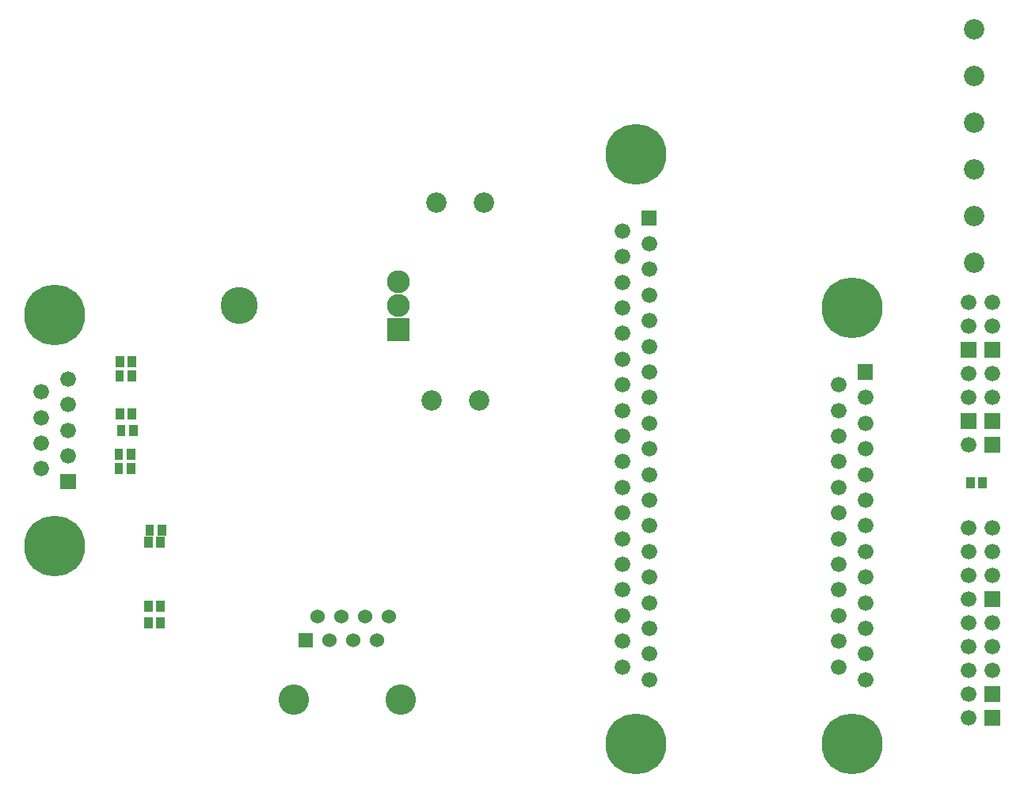
<source format=gbr>
G04 start of page 6 for group -4063 idx -4063 *
G04 Title: (unknown), componentmask *
G04 Creator: pcb 20110918 *
G04 CreationDate: Tue 12 Jun 2012 03:33:29 PM GMT UTC *
G04 For: ed *
G04 Format: Gerber/RS-274X *
G04 PCB-Dimensions: 450000 325000 *
G04 PCB-Coordinate-Origin: lower left *
%MOIN*%
%FSLAX25Y25*%
%LNTOPMASK*%
%ADD63R,0.0355X0.0355*%
%ADD62C,0.1280*%
%ADD61C,0.0600*%
%ADD60C,0.0660*%
%ADD59C,0.2560*%
%ADD58C,0.1560*%
%ADD57C,0.0960*%
%ADD56C,0.0001*%
%ADD55C,0.0860*%
G54D55*X216000Y158000D03*
X196000D03*
X197900Y241570D03*
G54D56*G36*
X177200Y192800D02*Y183200D01*
X186800D01*
Y192800D01*
X177200D01*
G37*
G54D57*X182000Y198000D03*
Y208000D03*
G54D58*X115000Y198000D03*
G54D59*X37400Y194170D03*
G54D55*X217900Y241570D03*
G54D60*X276300Y229570D03*
G54D56*G36*
X284200Y238270D02*Y231670D01*
X290800D01*
Y238270D01*
X284200D01*
G37*
G54D60*X287500Y224170D03*
Y213370D03*
Y202570D03*
X276300Y218770D03*
Y207970D03*
Y197170D03*
Y186370D03*
G54D59*X281900Y261970D03*
G54D60*X378500Y137770D03*
Y126970D03*
Y116170D03*
Y105370D03*
G54D56*G36*
X375200Y173470D02*Y166870D01*
X381800D01*
Y173470D01*
X375200D01*
G37*
G54D60*X378500Y159370D03*
X367300Y164770D03*
X378500Y148570D03*
X367300Y153970D03*
Y143170D03*
Y132370D03*
Y121570D03*
Y110770D03*
G54D59*X372900Y197170D03*
G54D56*G36*
X428600Y182870D02*Y176270D01*
X435200D01*
Y182870D01*
X428600D01*
G37*
G54D60*X431900Y189570D03*
G54D56*G36*
X418600Y182870D02*Y176270D01*
X425200D01*
Y182870D01*
X418600D01*
G37*
G54D60*X421900Y189570D03*
G54D56*G36*
X418600Y152870D02*Y146270D01*
X425200D01*
Y152870D01*
X418600D01*
G37*
G54D60*X421900Y139570D03*
Y104570D03*
Y159570D03*
X431900D03*
X421900Y169570D03*
X431900D03*
G54D56*G36*
X428600Y142870D02*Y136270D01*
X435200D01*
Y142870D01*
X428600D01*
G37*
G36*
Y152870D02*Y146270D01*
X435200D01*
Y152870D01*
X428600D01*
G37*
G54D60*X431900Y104570D03*
Y199570D03*
X421900D03*
G54D55*X424400Y216144D03*
Y235829D03*
Y255515D03*
Y275200D03*
Y294885D03*
Y314570D03*
G54D60*X378500Y94570D03*
Y83770D03*
Y72970D03*
X367300Y99970D03*
Y89170D03*
Y78370D03*
Y67570D03*
Y56770D03*
Y45970D03*
G54D59*X372900Y13570D03*
G54D60*X378500Y62170D03*
Y51370D03*
Y40570D03*
G54D56*G36*
X428600Y27870D02*Y21270D01*
X435200D01*
Y27870D01*
X428600D01*
G37*
G36*
Y37870D02*Y31270D01*
X435200D01*
Y37870D01*
X428600D01*
G37*
G54D60*X431900Y44570D03*
X421900Y24570D03*
Y64570D03*
Y54570D03*
Y44570D03*
Y34570D03*
Y74570D03*
X431900Y54570D03*
Y64570D03*
G54D56*G36*
X428600Y77870D02*Y71270D01*
X435200D01*
Y77870D01*
X428600D01*
G37*
G54D60*X431900Y84570D03*
Y94570D03*
X421900D03*
Y84570D03*
G54D56*G36*
X39700Y127270D02*Y120670D01*
X46300D01*
Y127270D01*
X39700D01*
G37*
G54D60*X43000Y134770D03*
X31800Y129370D03*
Y140170D03*
G54D59*X37400Y96970D03*
G54D60*X43000Y145570D03*
Y156370D03*
Y167170D03*
X31800Y150970D03*
Y161770D03*
G54D61*X178000Y67000D03*
X173000Y57000D03*
X158000Y67000D03*
X163000Y57000D03*
X148000Y67000D03*
X168000D03*
X153000Y57000D03*
G54D56*G36*
X140000Y60000D02*Y54000D01*
X146000D01*
Y60000D01*
X140000D01*
G37*
G54D62*X138000Y32000D03*
X183000D03*
G54D60*X287500Y191770D03*
Y180970D03*
Y170170D03*
Y159370D03*
Y148570D03*
Y137770D03*
Y126970D03*
Y116170D03*
Y105370D03*
Y94570D03*
Y83770D03*
Y72970D03*
Y62170D03*
Y51370D03*
Y40570D03*
X276300Y175570D03*
Y164770D03*
Y153970D03*
Y143170D03*
Y132370D03*
Y121570D03*
Y110770D03*
Y99970D03*
Y89170D03*
Y78370D03*
Y67570D03*
Y56770D03*
Y45970D03*
G54D59*X281900Y13570D03*
G54D63*X427900Y124062D02*Y123078D01*
X422782Y124062D02*Y123078D01*
X64341Y136062D02*Y135078D01*
X69459Y136062D02*Y135078D01*
X69782Y169062D02*Y168078D01*
X64664Y169062D02*Y168078D01*
X65341Y146062D02*Y145078D01*
X64782Y153062D02*Y152078D01*
X70459Y146062D02*Y145078D01*
X69900Y153062D02*Y152078D01*
X69459Y130062D02*Y129078D01*
X64341Y130062D02*Y129078D01*
X81900Y99062D02*Y98078D01*
X76782Y99062D02*Y98078D01*
X77341Y104062D02*Y103078D01*
X82459Y104062D02*Y103078D01*
X76782Y72062D02*Y71078D01*
X81900Y72062D02*Y71078D01*
Y65062D02*Y64078D01*
X76782Y65062D02*Y64078D01*
X64782Y175062D02*Y174078D01*
X69900Y175062D02*Y174078D01*
M02*

</source>
